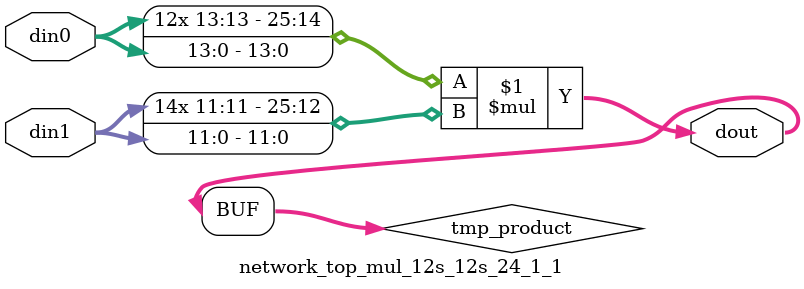
<source format=v>

`timescale 1 ns / 1 ps

  module network_top_mul_12s_12s_24_1_1(din0, din1, dout);
parameter ID = 1;
parameter NUM_STAGE = 0;
parameter din0_WIDTH = 14;
parameter din1_WIDTH = 12;
parameter dout_WIDTH = 26;

input [din0_WIDTH - 1 : 0] din0; 
input [din1_WIDTH - 1 : 0] din1; 
output [dout_WIDTH - 1 : 0] dout;

wire signed [dout_WIDTH - 1 : 0] tmp_product;













assign tmp_product = $signed(din0) * $signed(din1);








assign dout = tmp_product;







endmodule

</source>
